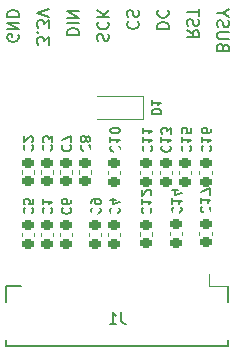
<source format=gbr>
%TF.GenerationSoftware,KiCad,Pcbnew,(6.0.6)*%
%TF.CreationDate,2022-07-16T21:02:27+02:00*%
%TF.ProjectId,epd,6570642e-6b69-4636-9164-5f7063625858,rev?*%
%TF.SameCoordinates,Original*%
%TF.FileFunction,Legend,Bot*%
%TF.FilePolarity,Positive*%
%FSLAX46Y46*%
G04 Gerber Fmt 4.6, Leading zero omitted, Abs format (unit mm)*
G04 Created by KiCad (PCBNEW (6.0.6)) date 2022-07-16 21:02:27*
%MOMM*%
%LPD*%
G01*
G04 APERTURE LIST*
G04 Aperture macros list*
%AMRoundRect*
0 Rectangle with rounded corners*
0 $1 Rounding radius*
0 $2 $3 $4 $5 $6 $7 $8 $9 X,Y pos of 4 corners*
0 Add a 4 corners polygon primitive as box body*
4,1,4,$2,$3,$4,$5,$6,$7,$8,$9,$2,$3,0*
0 Add four circle primitives for the rounded corners*
1,1,$1+$1,$2,$3*
1,1,$1+$1,$4,$5*
1,1,$1+$1,$6,$7*
1,1,$1+$1,$8,$9*
0 Add four rect primitives between the rounded corners*
20,1,$1+$1,$2,$3,$4,$5,0*
20,1,$1+$1,$4,$5,$6,$7,0*
20,1,$1+$1,$6,$7,$8,$9,0*
20,1,$1+$1,$8,$9,$2,$3,0*%
G04 Aperture macros list end*
%ADD10C,0.150000*%
%ADD11C,0.120000*%
%ADD12C,0.127000*%
%ADD13RoundRect,0.225000X-0.250000X0.225000X-0.250000X-0.225000X0.250000X-0.225000X0.250000X0.225000X0*%
%ADD14R,0.900000X1.200000*%
%ADD15RoundRect,0.225000X0.250000X-0.225000X0.250000X0.225000X-0.250000X0.225000X-0.250000X-0.225000X0*%
%ADD16R,0.300000X1.300000*%
%ADD17R,1.800000X2.200000*%
%ADD18O,1.400000X1.700000*%
%ADD19C,0.600000*%
G04 APERTURE END LIST*
D10*
X158662857Y-73040357D02*
X158615238Y-73087976D01*
X158567619Y-73230833D01*
X158567619Y-73326071D01*
X158615238Y-73468928D01*
X158710476Y-73564166D01*
X158805714Y-73611785D01*
X158996190Y-73659404D01*
X159139047Y-73659404D01*
X159329523Y-73611785D01*
X159424761Y-73564166D01*
X159520000Y-73468928D01*
X159567619Y-73326071D01*
X159567619Y-73230833D01*
X159520000Y-73087976D01*
X159472380Y-73040357D01*
X158615238Y-72659404D02*
X158567619Y-72516547D01*
X158567619Y-72278452D01*
X158615238Y-72183214D01*
X158662857Y-72135595D01*
X158758095Y-72087976D01*
X158853333Y-72087976D01*
X158948571Y-72135595D01*
X158996190Y-72183214D01*
X159043809Y-72278452D01*
X159091428Y-72468928D01*
X159139047Y-72564166D01*
X159186666Y-72611785D01*
X159281904Y-72659404D01*
X159377142Y-72659404D01*
X159472380Y-72611785D01*
X159520000Y-72564166D01*
X159567619Y-72468928D01*
X159567619Y-72230833D01*
X159520000Y-72087976D01*
X149360000Y-74183214D02*
X149407619Y-74278452D01*
X149407619Y-74421309D01*
X149360000Y-74564166D01*
X149264761Y-74659404D01*
X149169523Y-74707023D01*
X148979047Y-74754642D01*
X148836190Y-74754642D01*
X148645714Y-74707023D01*
X148550476Y-74659404D01*
X148455238Y-74564166D01*
X148407619Y-74421309D01*
X148407619Y-74326071D01*
X148455238Y-74183214D01*
X148502857Y-74135595D01*
X148836190Y-74135595D01*
X148836190Y-74326071D01*
X148407619Y-73707023D02*
X149407619Y-73707023D01*
X148407619Y-73135595D01*
X149407619Y-73135595D01*
X148407619Y-72659404D02*
X149407619Y-72659404D01*
X149407619Y-72421309D01*
X149360000Y-72278452D01*
X149264761Y-72183214D01*
X149169523Y-72135595D01*
X148979047Y-72087976D01*
X148836190Y-72087976D01*
X148645714Y-72135595D01*
X148550476Y-72183214D01*
X148455238Y-72278452D01*
X148407619Y-72421309D01*
X148407619Y-72659404D01*
X156075238Y-74659404D02*
X156027619Y-74516547D01*
X156027619Y-74278452D01*
X156075238Y-74183214D01*
X156122857Y-74135595D01*
X156218095Y-74087976D01*
X156313333Y-74087976D01*
X156408571Y-74135595D01*
X156456190Y-74183214D01*
X156503809Y-74278452D01*
X156551428Y-74468928D01*
X156599047Y-74564166D01*
X156646666Y-74611785D01*
X156741904Y-74659404D01*
X156837142Y-74659404D01*
X156932380Y-74611785D01*
X156980000Y-74564166D01*
X157027619Y-74468928D01*
X157027619Y-74230833D01*
X156980000Y-74087976D01*
X156122857Y-73087976D02*
X156075238Y-73135595D01*
X156027619Y-73278452D01*
X156027619Y-73373690D01*
X156075238Y-73516547D01*
X156170476Y-73611785D01*
X156265714Y-73659404D01*
X156456190Y-73707023D01*
X156599047Y-73707023D01*
X156789523Y-73659404D01*
X156884761Y-73611785D01*
X156980000Y-73516547D01*
X157027619Y-73373690D01*
X157027619Y-73278452D01*
X156980000Y-73135595D01*
X156932380Y-73087976D01*
X156027619Y-72659404D02*
X157027619Y-72659404D01*
X156027619Y-72087976D02*
X156599047Y-72516547D01*
X157027619Y-72087976D02*
X156456190Y-72659404D01*
X151947619Y-74992738D02*
X151947619Y-74373690D01*
X151566666Y-74707023D01*
X151566666Y-74564166D01*
X151519047Y-74468928D01*
X151471428Y-74421309D01*
X151376190Y-74373690D01*
X151138095Y-74373690D01*
X151042857Y-74421309D01*
X150995238Y-74468928D01*
X150947619Y-74564166D01*
X150947619Y-74849880D01*
X150995238Y-74945119D01*
X151042857Y-74992738D01*
X151042857Y-73945119D02*
X150995238Y-73897500D01*
X150947619Y-73945119D01*
X150995238Y-73992738D01*
X151042857Y-73945119D01*
X150947619Y-73945119D01*
X151947619Y-73564166D02*
X151947619Y-72945119D01*
X151566666Y-73278452D01*
X151566666Y-73135595D01*
X151519047Y-73040357D01*
X151471428Y-72992738D01*
X151376190Y-72945119D01*
X151138095Y-72945119D01*
X151042857Y-72992738D01*
X150995238Y-73040357D01*
X150947619Y-73135595D01*
X150947619Y-73421309D01*
X150995238Y-73516547D01*
X151042857Y-73564166D01*
X151947619Y-72659404D02*
X150947619Y-72326071D01*
X151947619Y-71992738D01*
X161107619Y-73659404D02*
X162107619Y-73659404D01*
X162107619Y-73421309D01*
X162060000Y-73278452D01*
X161964761Y-73183214D01*
X161869523Y-73135595D01*
X161679047Y-73087976D01*
X161536190Y-73087976D01*
X161345714Y-73135595D01*
X161250476Y-73183214D01*
X161155238Y-73278452D01*
X161107619Y-73421309D01*
X161107619Y-73659404D01*
X161202857Y-72087976D02*
X161155238Y-72135595D01*
X161107619Y-72278452D01*
X161107619Y-72373690D01*
X161155238Y-72516547D01*
X161250476Y-72611785D01*
X161345714Y-72659404D01*
X161536190Y-72707023D01*
X161679047Y-72707023D01*
X161869523Y-72659404D01*
X161964761Y-72611785D01*
X162060000Y-72516547D01*
X162107619Y-72373690D01*
X162107619Y-72278452D01*
X162060000Y-72135595D01*
X162012380Y-72087976D01*
X153487619Y-74183214D02*
X154487619Y-74183214D01*
X154487619Y-73945119D01*
X154440000Y-73802261D01*
X154344761Y-73707023D01*
X154249523Y-73659404D01*
X154059047Y-73611785D01*
X153916190Y-73611785D01*
X153725714Y-73659404D01*
X153630476Y-73707023D01*
X153535238Y-73802261D01*
X153487619Y-73945119D01*
X153487619Y-74183214D01*
X153487619Y-73183214D02*
X154487619Y-73183214D01*
X153487619Y-72707023D02*
X154487619Y-72707023D01*
X153487619Y-72135595D01*
X154487619Y-72135595D01*
X166711428Y-75183214D02*
X166663809Y-75040357D01*
X166616190Y-74992738D01*
X166520952Y-74945119D01*
X166378095Y-74945119D01*
X166282857Y-74992738D01*
X166235238Y-75040357D01*
X166187619Y-75135595D01*
X166187619Y-75516547D01*
X167187619Y-75516547D01*
X167187619Y-75183214D01*
X167140000Y-75087976D01*
X167092380Y-75040357D01*
X166997142Y-74992738D01*
X166901904Y-74992738D01*
X166806666Y-75040357D01*
X166759047Y-75087976D01*
X166711428Y-75183214D01*
X166711428Y-75516547D01*
X167187619Y-74516547D02*
X166378095Y-74516547D01*
X166282857Y-74468928D01*
X166235238Y-74421309D01*
X166187619Y-74326071D01*
X166187619Y-74135595D01*
X166235238Y-74040357D01*
X166282857Y-73992738D01*
X166378095Y-73945119D01*
X167187619Y-73945119D01*
X166235238Y-73516547D02*
X166187619Y-73373690D01*
X166187619Y-73135595D01*
X166235238Y-73040357D01*
X166282857Y-72992738D01*
X166378095Y-72945119D01*
X166473333Y-72945119D01*
X166568571Y-72992738D01*
X166616190Y-73040357D01*
X166663809Y-73135595D01*
X166711428Y-73326071D01*
X166759047Y-73421309D01*
X166806666Y-73468928D01*
X166901904Y-73516547D01*
X166997142Y-73516547D01*
X167092380Y-73468928D01*
X167140000Y-73421309D01*
X167187619Y-73326071D01*
X167187619Y-73087976D01*
X167140000Y-72945119D01*
X166663809Y-72326071D02*
X166187619Y-72326071D01*
X167187619Y-72659404D02*
X166663809Y-72326071D01*
X167187619Y-71992738D01*
X163647619Y-73802261D02*
X164123809Y-74135595D01*
X163647619Y-74373690D02*
X164647619Y-74373690D01*
X164647619Y-73992738D01*
X164600000Y-73897500D01*
X164552380Y-73849880D01*
X164457142Y-73802261D01*
X164314285Y-73802261D01*
X164219047Y-73849880D01*
X164171428Y-73897500D01*
X164123809Y-73992738D01*
X164123809Y-74373690D01*
X163695238Y-73421309D02*
X163647619Y-73278452D01*
X163647619Y-73040357D01*
X163695238Y-72945119D01*
X163742857Y-72897500D01*
X163838095Y-72849880D01*
X163933333Y-72849880D01*
X164028571Y-72897500D01*
X164076190Y-72945119D01*
X164123809Y-73040357D01*
X164171428Y-73230833D01*
X164219047Y-73326071D01*
X164266666Y-73373690D01*
X164361904Y-73421309D01*
X164457142Y-73421309D01*
X164552380Y-73373690D01*
X164600000Y-73326071D01*
X164647619Y-73230833D01*
X164647619Y-72992738D01*
X164600000Y-72849880D01*
X164647619Y-72564166D02*
X164647619Y-71992738D01*
X163647619Y-72278452D02*
X164647619Y-72278452D01*
%TO.C,C14*%
X162456605Y-88779652D02*
X162418510Y-88817748D01*
X162380415Y-88932033D01*
X162380415Y-89008224D01*
X162418510Y-89122510D01*
X162494700Y-89198700D01*
X162570891Y-89236795D01*
X162723272Y-89274891D01*
X162837558Y-89274891D01*
X162989939Y-89236795D01*
X163066129Y-89198700D01*
X163142320Y-89122510D01*
X163180415Y-89008224D01*
X163180415Y-88932033D01*
X163142320Y-88817748D01*
X163104224Y-88779652D01*
X162380415Y-88017748D02*
X162380415Y-88474891D01*
X162380415Y-88246319D02*
X163180415Y-88246319D01*
X163066129Y-88322510D01*
X162989939Y-88398700D01*
X162951843Y-88474891D01*
X162913748Y-87332033D02*
X162380415Y-87332033D01*
X163218510Y-87522510D02*
X162647081Y-87712986D01*
X162647081Y-87217748D01*
%TO.C,C10*%
X157206605Y-83579652D02*
X157168510Y-83617748D01*
X157130415Y-83732033D01*
X157130415Y-83808224D01*
X157168510Y-83922510D01*
X157244700Y-83998700D01*
X157320891Y-84036795D01*
X157473272Y-84074891D01*
X157587558Y-84074891D01*
X157739939Y-84036795D01*
X157816129Y-83998700D01*
X157892320Y-83922510D01*
X157930415Y-83808224D01*
X157930415Y-83732033D01*
X157892320Y-83617748D01*
X157854224Y-83579652D01*
X157130415Y-82817748D02*
X157130415Y-83274891D01*
X157130415Y-83046319D02*
X157930415Y-83046319D01*
X157816129Y-83122510D01*
X157739939Y-83198700D01*
X157701843Y-83274891D01*
X157930415Y-82322510D02*
X157930415Y-82246319D01*
X157892320Y-82170129D01*
X157854224Y-82132033D01*
X157778034Y-82093938D01*
X157625653Y-82055843D01*
X157435177Y-82055843D01*
X157282796Y-82093938D01*
X157206605Y-82132033D01*
X157168510Y-82170129D01*
X157130415Y-82246319D01*
X157130415Y-82322510D01*
X157168510Y-82398700D01*
X157206605Y-82436795D01*
X157282796Y-82474891D01*
X157435177Y-82512986D01*
X157625653Y-82512986D01*
X157778034Y-82474891D01*
X157854224Y-82436795D01*
X157892320Y-82398700D01*
X157930415Y-82322510D01*
%TO.C,D1*%
X160640575Y-80899304D02*
X161440575Y-80899304D01*
X161440575Y-80708828D01*
X161402480Y-80594542D01*
X161326289Y-80518351D01*
X161250099Y-80480256D01*
X161097718Y-80442161D01*
X160983432Y-80442161D01*
X160831051Y-80480256D01*
X160754860Y-80518351D01*
X160678670Y-80594542D01*
X160640575Y-80708828D01*
X160640575Y-80899304D01*
X160640575Y-79680256D02*
X160640575Y-80137399D01*
X160640575Y-79908828D02*
X161440575Y-79908828D01*
X161326289Y-79985018D01*
X161250099Y-80061208D01*
X161212003Y-80137399D01*
%TO.C,C8*%
X154706605Y-83529652D02*
X154668510Y-83567748D01*
X154630415Y-83682033D01*
X154630415Y-83758224D01*
X154668510Y-83872510D01*
X154744700Y-83948700D01*
X154820891Y-83986795D01*
X154973272Y-84024891D01*
X155087558Y-84024891D01*
X155239939Y-83986795D01*
X155316129Y-83948700D01*
X155392320Y-83872510D01*
X155430415Y-83758224D01*
X155430415Y-83682033D01*
X155392320Y-83567748D01*
X155354224Y-83529652D01*
X155087558Y-83072510D02*
X155125653Y-83148700D01*
X155163748Y-83186795D01*
X155239939Y-83224891D01*
X155278034Y-83224891D01*
X155354224Y-83186795D01*
X155392320Y-83148700D01*
X155430415Y-83072510D01*
X155430415Y-82920129D01*
X155392320Y-82843938D01*
X155354224Y-82805843D01*
X155278034Y-82767748D01*
X155239939Y-82767748D01*
X155163748Y-82805843D01*
X155125653Y-82843938D01*
X155087558Y-82920129D01*
X155087558Y-83072510D01*
X155049462Y-83148700D01*
X155011367Y-83186795D01*
X154935177Y-83224891D01*
X154782796Y-83224891D01*
X154706605Y-83186795D01*
X154668510Y-83148700D01*
X154630415Y-83072510D01*
X154630415Y-82920129D01*
X154668510Y-82843938D01*
X154706605Y-82805843D01*
X154782796Y-82767748D01*
X154935177Y-82767748D01*
X155011367Y-82805843D01*
X155049462Y-82843938D01*
X155087558Y-82920129D01*
%TO.C,C13*%
X161556605Y-83579652D02*
X161518510Y-83617748D01*
X161480415Y-83732033D01*
X161480415Y-83808224D01*
X161518510Y-83922510D01*
X161594700Y-83998700D01*
X161670891Y-84036795D01*
X161823272Y-84074891D01*
X161937558Y-84074891D01*
X162089939Y-84036795D01*
X162166129Y-83998700D01*
X162242320Y-83922510D01*
X162280415Y-83808224D01*
X162280415Y-83732033D01*
X162242320Y-83617748D01*
X162204224Y-83579652D01*
X161480415Y-82817748D02*
X161480415Y-83274891D01*
X161480415Y-83046319D02*
X162280415Y-83046319D01*
X162166129Y-83122510D01*
X162089939Y-83198700D01*
X162051843Y-83274891D01*
X162280415Y-82551081D02*
X162280415Y-82055843D01*
X161975653Y-82322510D01*
X161975653Y-82208224D01*
X161937558Y-82132033D01*
X161899462Y-82093938D01*
X161823272Y-82055843D01*
X161632796Y-82055843D01*
X161556605Y-82093938D01*
X161518510Y-82132033D01*
X161480415Y-82208224D01*
X161480415Y-82436795D01*
X161518510Y-82512986D01*
X161556605Y-82551081D01*
%TO.C,C1*%
X151506605Y-88829652D02*
X151468510Y-88867748D01*
X151430415Y-88982033D01*
X151430415Y-89058224D01*
X151468510Y-89172510D01*
X151544700Y-89248700D01*
X151620891Y-89286795D01*
X151773272Y-89324891D01*
X151887558Y-89324891D01*
X152039939Y-89286795D01*
X152116129Y-89248700D01*
X152192320Y-89172510D01*
X152230415Y-89058224D01*
X152230415Y-88982033D01*
X152192320Y-88867748D01*
X152154224Y-88829652D01*
X151430415Y-88067748D02*
X151430415Y-88524891D01*
X151430415Y-88296319D02*
X152230415Y-88296319D01*
X152116129Y-88372510D01*
X152039939Y-88448700D01*
X152001843Y-88524891D01*
%TO.C,C9*%
X155606605Y-88829652D02*
X155568510Y-88867748D01*
X155530415Y-88982033D01*
X155530415Y-89058224D01*
X155568510Y-89172510D01*
X155644700Y-89248700D01*
X155720891Y-89286795D01*
X155873272Y-89324891D01*
X155987558Y-89324891D01*
X156139939Y-89286795D01*
X156216129Y-89248700D01*
X156292320Y-89172510D01*
X156330415Y-89058224D01*
X156330415Y-88982033D01*
X156292320Y-88867748D01*
X156254224Y-88829652D01*
X155530415Y-88448700D02*
X155530415Y-88296319D01*
X155568510Y-88220129D01*
X155606605Y-88182033D01*
X155720891Y-88105843D01*
X155873272Y-88067748D01*
X156178034Y-88067748D01*
X156254224Y-88105843D01*
X156292320Y-88143938D01*
X156330415Y-88220129D01*
X156330415Y-88372510D01*
X156292320Y-88448700D01*
X156254224Y-88486795D01*
X156178034Y-88524891D01*
X155987558Y-88524891D01*
X155911367Y-88486795D01*
X155873272Y-88448700D01*
X155835177Y-88372510D01*
X155835177Y-88220129D01*
X155873272Y-88143938D01*
X155911367Y-88105843D01*
X155987558Y-88067748D01*
%TO.C,C5*%
X149906605Y-88829652D02*
X149868510Y-88867748D01*
X149830415Y-88982033D01*
X149830415Y-89058224D01*
X149868510Y-89172510D01*
X149944700Y-89248700D01*
X150020891Y-89286795D01*
X150173272Y-89324891D01*
X150287558Y-89324891D01*
X150439939Y-89286795D01*
X150516129Y-89248700D01*
X150592320Y-89172510D01*
X150630415Y-89058224D01*
X150630415Y-88982033D01*
X150592320Y-88867748D01*
X150554224Y-88829652D01*
X150630415Y-88105843D02*
X150630415Y-88486795D01*
X150249462Y-88524891D01*
X150287558Y-88486795D01*
X150325653Y-88410605D01*
X150325653Y-88220129D01*
X150287558Y-88143938D01*
X150249462Y-88105843D01*
X150173272Y-88067748D01*
X149982796Y-88067748D01*
X149906605Y-88105843D01*
X149868510Y-88143938D01*
X149830415Y-88220129D01*
X149830415Y-88410605D01*
X149868510Y-88486795D01*
X149906605Y-88524891D01*
%TO.C,C12*%
X159906605Y-88829652D02*
X159868510Y-88867748D01*
X159830415Y-88982033D01*
X159830415Y-89058224D01*
X159868510Y-89172510D01*
X159944700Y-89248700D01*
X160020891Y-89286795D01*
X160173272Y-89324891D01*
X160287558Y-89324891D01*
X160439939Y-89286795D01*
X160516129Y-89248700D01*
X160592320Y-89172510D01*
X160630415Y-89058224D01*
X160630415Y-88982033D01*
X160592320Y-88867748D01*
X160554224Y-88829652D01*
X159830415Y-88067748D02*
X159830415Y-88524891D01*
X159830415Y-88296319D02*
X160630415Y-88296319D01*
X160516129Y-88372510D01*
X160439939Y-88448700D01*
X160401843Y-88524891D01*
X160554224Y-87762986D02*
X160592320Y-87724891D01*
X160630415Y-87648700D01*
X160630415Y-87458224D01*
X160592320Y-87382033D01*
X160554224Y-87343938D01*
X160478034Y-87305843D01*
X160401843Y-87305843D01*
X160287558Y-87343938D01*
X159830415Y-87801081D01*
X159830415Y-87305843D01*
%TO.C,C7*%
X153106605Y-83529652D02*
X153068510Y-83567748D01*
X153030415Y-83682033D01*
X153030415Y-83758224D01*
X153068510Y-83872510D01*
X153144700Y-83948700D01*
X153220891Y-83986795D01*
X153373272Y-84024891D01*
X153487558Y-84024891D01*
X153639939Y-83986795D01*
X153716129Y-83948700D01*
X153792320Y-83872510D01*
X153830415Y-83758224D01*
X153830415Y-83682033D01*
X153792320Y-83567748D01*
X153754224Y-83529652D01*
X153830415Y-83262986D02*
X153830415Y-82729652D01*
X153030415Y-83072510D01*
%TO.C,C11*%
X159956605Y-83579652D02*
X159918510Y-83617748D01*
X159880415Y-83732033D01*
X159880415Y-83808224D01*
X159918510Y-83922510D01*
X159994700Y-83998700D01*
X160070891Y-84036795D01*
X160223272Y-84074891D01*
X160337558Y-84074891D01*
X160489939Y-84036795D01*
X160566129Y-83998700D01*
X160642320Y-83922510D01*
X160680415Y-83808224D01*
X160680415Y-83732033D01*
X160642320Y-83617748D01*
X160604224Y-83579652D01*
X159880415Y-82817748D02*
X159880415Y-83274891D01*
X159880415Y-83046319D02*
X160680415Y-83046319D01*
X160566129Y-83122510D01*
X160489939Y-83198700D01*
X160451843Y-83274891D01*
X159880415Y-82055843D02*
X159880415Y-82512986D01*
X159880415Y-82284414D02*
X160680415Y-82284414D01*
X160566129Y-82360605D01*
X160489939Y-82436795D01*
X160451843Y-82512986D01*
%TO.C,C2*%
X149906605Y-83529652D02*
X149868510Y-83567748D01*
X149830415Y-83682033D01*
X149830415Y-83758224D01*
X149868510Y-83872510D01*
X149944700Y-83948700D01*
X150020891Y-83986795D01*
X150173272Y-84024891D01*
X150287558Y-84024891D01*
X150439939Y-83986795D01*
X150516129Y-83948700D01*
X150592320Y-83872510D01*
X150630415Y-83758224D01*
X150630415Y-83682033D01*
X150592320Y-83567748D01*
X150554224Y-83529652D01*
X150554224Y-83224891D02*
X150592320Y-83186795D01*
X150630415Y-83110605D01*
X150630415Y-82920129D01*
X150592320Y-82843938D01*
X150554224Y-82805843D01*
X150478034Y-82767748D01*
X150401843Y-82767748D01*
X150287558Y-82805843D01*
X149830415Y-83262986D01*
X149830415Y-82767748D01*
%TO.C,C3*%
X151506605Y-83529652D02*
X151468510Y-83567748D01*
X151430415Y-83682033D01*
X151430415Y-83758224D01*
X151468510Y-83872510D01*
X151544700Y-83948700D01*
X151620891Y-83986795D01*
X151773272Y-84024891D01*
X151887558Y-84024891D01*
X152039939Y-83986795D01*
X152116129Y-83948700D01*
X152192320Y-83872510D01*
X152230415Y-83758224D01*
X152230415Y-83682033D01*
X152192320Y-83567748D01*
X152154224Y-83529652D01*
X152230415Y-83262986D02*
X152230415Y-82767748D01*
X151925653Y-83034414D01*
X151925653Y-82920129D01*
X151887558Y-82843938D01*
X151849462Y-82805843D01*
X151773272Y-82767748D01*
X151582796Y-82767748D01*
X151506605Y-82805843D01*
X151468510Y-82843938D01*
X151430415Y-82920129D01*
X151430415Y-83148700D01*
X151468510Y-83224891D01*
X151506605Y-83262986D01*
%TO.C,C6*%
X153106605Y-88829652D02*
X153068510Y-88867748D01*
X153030415Y-88982033D01*
X153030415Y-89058224D01*
X153068510Y-89172510D01*
X153144700Y-89248700D01*
X153220891Y-89286795D01*
X153373272Y-89324891D01*
X153487558Y-89324891D01*
X153639939Y-89286795D01*
X153716129Y-89248700D01*
X153792320Y-89172510D01*
X153830415Y-89058224D01*
X153830415Y-88982033D01*
X153792320Y-88867748D01*
X153754224Y-88829652D01*
X153830415Y-88143938D02*
X153830415Y-88296319D01*
X153792320Y-88372510D01*
X153754224Y-88410605D01*
X153639939Y-88486795D01*
X153487558Y-88524891D01*
X153182796Y-88524891D01*
X153106605Y-88486795D01*
X153068510Y-88448700D01*
X153030415Y-88372510D01*
X153030415Y-88220129D01*
X153068510Y-88143938D01*
X153106605Y-88105843D01*
X153182796Y-88067748D01*
X153373272Y-88067748D01*
X153449462Y-88105843D01*
X153487558Y-88143938D01*
X153525653Y-88220129D01*
X153525653Y-88372510D01*
X153487558Y-88448700D01*
X153449462Y-88486795D01*
X153373272Y-88524891D01*
%TO.C,C4*%
X157206605Y-88829652D02*
X157168510Y-88867748D01*
X157130415Y-88982033D01*
X157130415Y-89058224D01*
X157168510Y-89172510D01*
X157244700Y-89248700D01*
X157320891Y-89286795D01*
X157473272Y-89324891D01*
X157587558Y-89324891D01*
X157739939Y-89286795D01*
X157816129Y-89248700D01*
X157892320Y-89172510D01*
X157930415Y-89058224D01*
X157930415Y-88982033D01*
X157892320Y-88867748D01*
X157854224Y-88829652D01*
X157663748Y-88143938D02*
X157130415Y-88143938D01*
X157968510Y-88334414D02*
X157397081Y-88524891D01*
X157397081Y-88029652D01*
%TO.C,J1*%
X158083333Y-97652380D02*
X158083333Y-98366666D01*
X158130952Y-98509523D01*
X158226190Y-98604761D01*
X158369047Y-98652380D01*
X158464285Y-98652380D01*
X157083333Y-98652380D02*
X157654761Y-98652380D01*
X157369047Y-98652380D02*
X157369047Y-97652380D01*
X157464285Y-97795238D01*
X157559523Y-97890476D01*
X157654761Y-97938095D01*
%TO.C,C16*%
X164956605Y-83579652D02*
X164918510Y-83617748D01*
X164880415Y-83732033D01*
X164880415Y-83808224D01*
X164918510Y-83922510D01*
X164994700Y-83998700D01*
X165070891Y-84036795D01*
X165223272Y-84074891D01*
X165337558Y-84074891D01*
X165489939Y-84036795D01*
X165566129Y-83998700D01*
X165642320Y-83922510D01*
X165680415Y-83808224D01*
X165680415Y-83732033D01*
X165642320Y-83617748D01*
X165604224Y-83579652D01*
X164880415Y-82817748D02*
X164880415Y-83274891D01*
X164880415Y-83046319D02*
X165680415Y-83046319D01*
X165566129Y-83122510D01*
X165489939Y-83198700D01*
X165451843Y-83274891D01*
X165680415Y-82132033D02*
X165680415Y-82284414D01*
X165642320Y-82360605D01*
X165604224Y-82398700D01*
X165489939Y-82474891D01*
X165337558Y-82512986D01*
X165032796Y-82512986D01*
X164956605Y-82474891D01*
X164918510Y-82436795D01*
X164880415Y-82360605D01*
X164880415Y-82208224D01*
X164918510Y-82132033D01*
X164956605Y-82093938D01*
X165032796Y-82055843D01*
X165223272Y-82055843D01*
X165299462Y-82093938D01*
X165337558Y-82132033D01*
X165375653Y-82208224D01*
X165375653Y-82360605D01*
X165337558Y-82436795D01*
X165299462Y-82474891D01*
X165223272Y-82512986D01*
%TO.C,C17*%
X164906605Y-88729652D02*
X164868510Y-88767748D01*
X164830415Y-88882033D01*
X164830415Y-88958224D01*
X164868510Y-89072510D01*
X164944700Y-89148700D01*
X165020891Y-89186795D01*
X165173272Y-89224891D01*
X165287558Y-89224891D01*
X165439939Y-89186795D01*
X165516129Y-89148700D01*
X165592320Y-89072510D01*
X165630415Y-88958224D01*
X165630415Y-88882033D01*
X165592320Y-88767748D01*
X165554224Y-88729652D01*
X164830415Y-87967748D02*
X164830415Y-88424891D01*
X164830415Y-88196319D02*
X165630415Y-88196319D01*
X165516129Y-88272510D01*
X165439939Y-88348700D01*
X165401843Y-88424891D01*
X165630415Y-87701081D02*
X165630415Y-87167748D01*
X164830415Y-87510605D01*
%TO.C,C15*%
X163256605Y-83579652D02*
X163218510Y-83617748D01*
X163180415Y-83732033D01*
X163180415Y-83808224D01*
X163218510Y-83922510D01*
X163294700Y-83998700D01*
X163370891Y-84036795D01*
X163523272Y-84074891D01*
X163637558Y-84074891D01*
X163789939Y-84036795D01*
X163866129Y-83998700D01*
X163942320Y-83922510D01*
X163980415Y-83808224D01*
X163980415Y-83732033D01*
X163942320Y-83617748D01*
X163904224Y-83579652D01*
X163180415Y-82817748D02*
X163180415Y-83274891D01*
X163180415Y-83046319D02*
X163980415Y-83046319D01*
X163866129Y-83122510D01*
X163789939Y-83198700D01*
X163751843Y-83274891D01*
X163980415Y-82093938D02*
X163980415Y-82474891D01*
X163599462Y-82512986D01*
X163637558Y-82474891D01*
X163675653Y-82398700D01*
X163675653Y-82208224D01*
X163637558Y-82132033D01*
X163599462Y-82093938D01*
X163523272Y-82055843D01*
X163332796Y-82055843D01*
X163256605Y-82093938D01*
X163218510Y-82132033D01*
X163180415Y-82208224D01*
X163180415Y-82398700D01*
X163218510Y-82474891D01*
X163256605Y-82512986D01*
D11*
%TO.C,C14*%
X162202320Y-90859192D02*
X162202320Y-91140352D01*
X163222320Y-90859192D02*
X163222320Y-91140352D01*
%TO.C,C10*%
X158002320Y-85684192D02*
X158002320Y-85965352D01*
X156982320Y-85684192D02*
X156982320Y-85965352D01*
%TO.C,D1*%
X159934200Y-81340200D02*
X156034200Y-81340200D01*
X159934200Y-79340200D02*
X159934200Y-81340200D01*
X159934200Y-79340200D02*
X156034200Y-79340200D01*
%TO.C,C8*%
X154482320Y-85634192D02*
X154482320Y-85915352D01*
X155502320Y-85634192D02*
X155502320Y-85915352D01*
%TO.C,C13*%
X161352320Y-85965352D02*
X161352320Y-85684192D01*
X162372320Y-85965352D02*
X162372320Y-85684192D01*
%TO.C,C1*%
X152302320Y-91215352D02*
X152302320Y-90934192D01*
X151282320Y-91215352D02*
X151282320Y-90934192D01*
%TO.C,C9*%
X156402320Y-90934192D02*
X156402320Y-91215352D01*
X155382320Y-90934192D02*
X155382320Y-91215352D01*
%TO.C,C5*%
X150702320Y-91215352D02*
X150702320Y-90934192D01*
X149682320Y-91215352D02*
X149682320Y-90934192D01*
%TO.C,C12*%
X159702320Y-90884192D02*
X159702320Y-91165352D01*
X160722320Y-90884192D02*
X160722320Y-91165352D01*
%TO.C,C7*%
X152882320Y-85634192D02*
X152882320Y-85915352D01*
X153902320Y-85634192D02*
X153902320Y-85915352D01*
%TO.C,C11*%
X160722320Y-85965352D02*
X160722320Y-85684192D01*
X159702320Y-85965352D02*
X159702320Y-85684192D01*
%TO.C,C2*%
X149682320Y-85634508D02*
X149682320Y-85915668D01*
X150702320Y-85634508D02*
X150702320Y-85915668D01*
%TO.C,C3*%
X152302320Y-85634508D02*
X152302320Y-85915668D01*
X151282320Y-85634508D02*
X151282320Y-85915668D01*
%TO.C,C6*%
X153902320Y-90934192D02*
X153902320Y-91215352D01*
X152882320Y-90934192D02*
X152882320Y-91215352D01*
%TO.C,C4*%
X158002320Y-90934192D02*
X158002320Y-91215352D01*
X156982320Y-90934192D02*
X156982320Y-91215352D01*
D12*
%TO.C,J1*%
X148350000Y-96800000D02*
X148350000Y-95400000D01*
X148350000Y-95400000D02*
X149628000Y-95400000D01*
D11*
X165522000Y-95400000D02*
X167150000Y-95400000D01*
D12*
X167150000Y-100000000D02*
X167150000Y-100500000D01*
D11*
X165522000Y-95400000D02*
X165522000Y-94450000D01*
D12*
X167150000Y-96800000D02*
X167150000Y-95400000D01*
X148350000Y-100500000D02*
X148350000Y-100000000D01*
X167150000Y-100500000D02*
X148350000Y-100500000D01*
D11*
%TO.C,C16*%
X165722320Y-85684192D02*
X165722320Y-85965352D01*
X164702320Y-85684192D02*
X164702320Y-85965352D01*
%TO.C,C17*%
X164702320Y-90834192D02*
X164702320Y-91115352D01*
X165722320Y-90834192D02*
X165722320Y-91115352D01*
%TO.C,C15*%
X164022320Y-85684192D02*
X164022320Y-85965352D01*
X163002320Y-85684192D02*
X163002320Y-85965352D01*
%TD*%
%LPC*%
D13*
%TO.C,C14*%
X162712320Y-90224772D03*
X162712320Y-91774772D03*
%TD*%
%TO.C,C10*%
X157492320Y-85049772D03*
X157492320Y-86599772D03*
%TD*%
D14*
%TO.C,D1*%
X159334200Y-80340200D03*
X156034200Y-80340200D03*
%TD*%
D13*
%TO.C,C8*%
X154992320Y-84999772D03*
X154992320Y-86549772D03*
%TD*%
D15*
%TO.C,C13*%
X161862320Y-86599772D03*
X161862320Y-85049772D03*
%TD*%
%TO.C,C1*%
X151792320Y-91849772D03*
X151792320Y-90299772D03*
%TD*%
D13*
%TO.C,C9*%
X155892320Y-90299772D03*
X155892320Y-91849772D03*
%TD*%
D15*
%TO.C,C5*%
X150192320Y-91849772D03*
X150192320Y-90299772D03*
%TD*%
D13*
%TO.C,C12*%
X160212320Y-90249772D03*
X160212320Y-91799772D03*
%TD*%
%TO.C,C7*%
X153392320Y-84999772D03*
X153392320Y-86549772D03*
%TD*%
D15*
%TO.C,C11*%
X160212320Y-86599772D03*
X160212320Y-85049772D03*
%TD*%
D13*
%TO.C,C2*%
X150192320Y-85000088D03*
X150192320Y-86550088D03*
%TD*%
%TO.C,C3*%
X151792320Y-85000088D03*
X151792320Y-86550088D03*
%TD*%
%TO.C,C6*%
X153392320Y-90299772D03*
X153392320Y-91849772D03*
%TD*%
%TO.C,C4*%
X157492320Y-90299772D03*
X157492320Y-91849772D03*
%TD*%
D16*
%TO.C,J1*%
X165000000Y-95200000D03*
X164500000Y-95200000D03*
X164000000Y-95200000D03*
X163500000Y-95200000D03*
X163000000Y-95200000D03*
X162500000Y-95200000D03*
X162000000Y-95200000D03*
X161500000Y-95200000D03*
X161000000Y-95200000D03*
X160500000Y-95200000D03*
X160000000Y-95200000D03*
X159500000Y-95200000D03*
X159000000Y-95200000D03*
X158500000Y-95200000D03*
X158000000Y-95200000D03*
X157500000Y-95200000D03*
X157000000Y-95200000D03*
X156500000Y-95200000D03*
X156000000Y-95200000D03*
X155500000Y-95200000D03*
X155000000Y-95200000D03*
X154500000Y-95200000D03*
X154000000Y-95200000D03*
X153500000Y-95200000D03*
X153000000Y-95200000D03*
X152500000Y-95200000D03*
X152000000Y-95200000D03*
X151500000Y-95200000D03*
X151000000Y-95200000D03*
X150500000Y-95200000D03*
D17*
X149200000Y-98400000D03*
X166300000Y-98400000D03*
%TD*%
D13*
%TO.C,C16*%
X165212320Y-85049772D03*
X165212320Y-86599772D03*
%TD*%
%TO.C,C17*%
X165212320Y-90199772D03*
X165212320Y-91749772D03*
%TD*%
%TO.C,C15*%
X163512320Y-85049772D03*
X163512320Y-86599772D03*
%TD*%
D18*
%TO.C,J2*%
X148860000Y-70300000D03*
X151400000Y-70300000D03*
X153940000Y-70300000D03*
X156480000Y-70300000D03*
X159020000Y-70300000D03*
X161560000Y-70300000D03*
X164100000Y-70300000D03*
X166640000Y-70300000D03*
%TD*%
D19*
X162830000Y-77780000D03*
X162830000Y-75240000D03*
X165370000Y-77780000D03*
X150130000Y-72700000D03*
X165370000Y-72700000D03*
X162737800Y-89200000D03*
X160290000Y-80320000D03*
X162830000Y-101900000D03*
X157750000Y-75240000D03*
X152670000Y-101900000D03*
X150190200Y-89204800D03*
X160223200Y-89204800D03*
X162830000Y-80320000D03*
X152670000Y-80320000D03*
X155210000Y-75240000D03*
X165370000Y-96820000D03*
X165227000Y-83950000D03*
X165370000Y-75240000D03*
X152670000Y-77780000D03*
X160290000Y-83950000D03*
X160290000Y-101900000D03*
X157750000Y-77780000D03*
X152670000Y-72700000D03*
X155879800Y-89204800D03*
X155210000Y-77780000D03*
X157750000Y-83950000D03*
X162830000Y-72700000D03*
X163525200Y-83947000D03*
X155210000Y-72700000D03*
X150190200Y-83950000D03*
X157750000Y-101900000D03*
X155210000Y-83950000D03*
X165370000Y-80320000D03*
X150130000Y-75240000D03*
X157505400Y-89204800D03*
X150130000Y-80320000D03*
X155210000Y-101900000D03*
X150130000Y-96820000D03*
X162830000Y-96820000D03*
X165303200Y-89200000D03*
X160290000Y-75240000D03*
X151790400Y-89204800D03*
X157750000Y-96820000D03*
X152670000Y-75240000D03*
X150130000Y-101900000D03*
X160290000Y-96820000D03*
X151790400Y-83947000D03*
X165370000Y-101900000D03*
X157750000Y-72700000D03*
X150130000Y-77780000D03*
X160290000Y-72700000D03*
X160290000Y-77780000D03*
X157750000Y-80320000D03*
X152000000Y-98825000D03*
X152800000Y-98825000D03*
X153600000Y-98825000D03*
X154400000Y-98825000D03*
X155200000Y-98825000D03*
X156000000Y-98825000D03*
M02*

</source>
